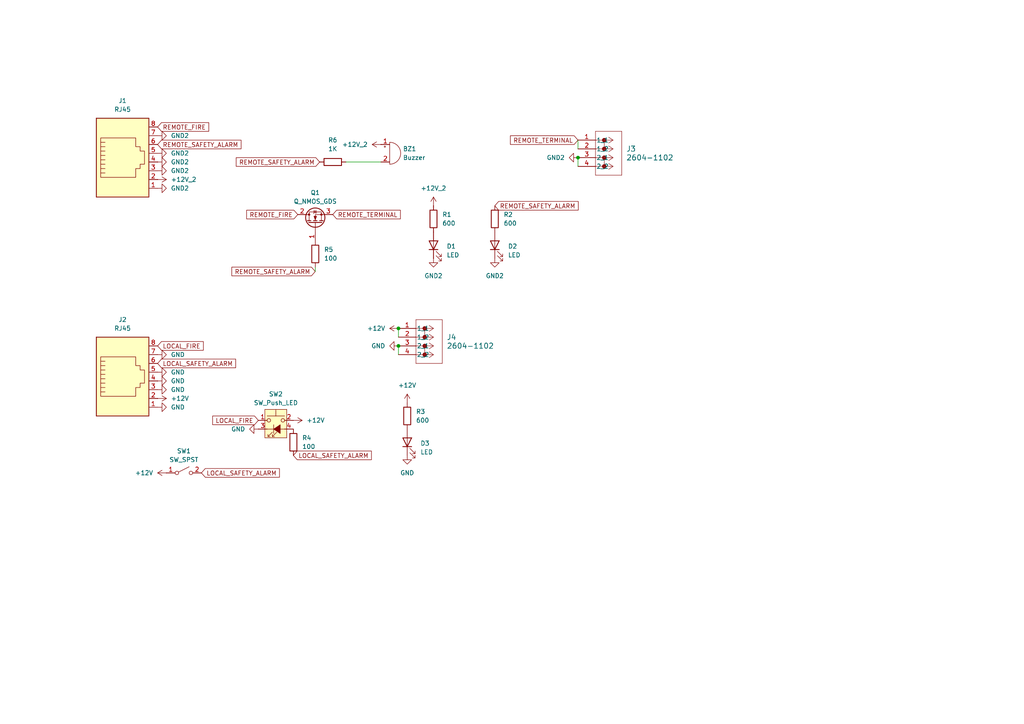
<source format=kicad_sch>
(kicad_sch (version 20231120) (generator "eeschema") (generator_version "8.0")
  (paper "A4")
  (lib_symbols
    (symbol "Connector:RJ45" (pin_names (offset 1.016))
      (property "Reference" "J" (at -5.08 13.97 0))
      (property "Value" "RJ45" (at 2.54 13.97 0))
      (symbol "RJ45_0_1"
        (polyline (pts (xy -5.08 4.445) (xy -6.35 4.445)))
        (polyline (pts (xy -5.08 5.715) (xy -6.35 5.715)))
        (polyline (pts (xy -6.35 -3.175) (xy -5.08 -3.175) (xy -5.08 -3.175)))
        (polyline (pts (xy -6.35 -1.905) (xy -5.08 -1.905) (xy -5.08 -1.905)))
        (polyline (pts (xy -6.35 -0.635) (xy -5.08 -0.635) (xy -5.08 -0.635)))
        (polyline (pts (xy -6.35 0.635) (xy -5.08 0.635) (xy -5.08 0.635)))
        (polyline (pts (xy -6.35 1.905) (xy -5.08 1.905) (xy -5.08 1.905)))
        (polyline (pts (xy -5.08 3.175) (xy -6.35 3.175) (xy -6.35 3.175)))
        (polyline (pts (xy -6.35 -4.445) (xy -6.35 6.985) (xy 3.81 6.985) (xy 3.81 4.445) (xy 5.08 4.445) (xy 5.08 3.175) (xy 6.35 3.175) (xy 6.35 -0.635) (xy 5.08 -0.635) (xy 5.08 -1.905) (xy 3.81 -1.905) (xy 3.81 -4.445) (xy -6.35 -4.445) (xy -6.35 -4.445)))
        (rectangle (start 7.62 12.7) (end -7.62 -10.16) (stroke (width 0.254)) (fill (type background)))
      )
      (symbol "RJ45_1_1"
        (pin passive line (at 10.16 -7.62 180) (length 2.54) (name "~") (number "1"))
        (pin passive line (at 10.16 -5.08 180) (length 2.54) (name "~") (number "2"))
        (pin passive line (at 10.16 -2.54 180) (length 2.54) (name "~") (number "3"))
        (pin passive line (at 10.16 0 180) (length 2.54) (name "~") (number "4"))
        (pin passive line (at 10.16 2.54 180) (length 2.54) (name "~") (number "5"))
        (pin passive line (at 10.16 5.08 180) (length 2.54) (name "~") (number "6"))
        (pin passive line (at 10.16 7.62 180) (length 2.54) (name "~") (number "7"))
        (pin passive line (at 10.16 10.16 180) (length 2.54) (name "~") (number "8"))
      )
    )
    (symbol "Device:Buzzer" (pin_names (offset 0.0254) hide)
      (property "Reference" "BZ" (at 3.81 1.27 0))
      (property "Value" "Buzzer" (at 3.81 -1.27 0))
      (symbol "Buzzer_0_1"
        (arc (start 0 -3.175) (mid 3.1612 0) (end 0 3.175))
        (polyline (pts (xy -1.651 1.905) (xy -1.143 1.905)))
        (polyline (pts (xy -1.397 2.159) (xy -1.397 1.651)))
        (polyline (pts (xy 0 3.175) (xy 0 -3.175)))
      )
      (symbol "Buzzer_1_1"
        (pin passive line (at -2.54 2.54 0) (length 2.54) (name "+") (number "1"))
        (pin passive line (at -2.54 -2.54 0) (length 2.54) (name "-") (number "2"))
      )
    )
    (symbol "Device:LED" (pin_numbers hide) (pin_names (offset 1.016) hide)
      (property "Reference" "D" (at 0 2.54 0))
      (property "Value" "LED" (at 0 -2.54 0))
      (symbol "LED_0_1"
        (polyline (pts (xy -1.27 -1.27) (xy -1.27 1.27)) (stroke (width 0.254)))
        (polyline (pts (xy -1.27 0) (xy 1.27 0)))
        (polyline (pts (xy 1.27 -1.27) (xy 1.27 1.27) (xy -1.27 0) (xy 1.27 -1.27)) (stroke (width 0.254)))
        (polyline (pts (xy -3.048 -0.762) (xy -4.572 -2.286) (xy -3.81 -2.286) (xy -4.572 -2.286) (xy -4.572 -1.524)))
        (polyline (pts (xy -1.778 -0.762) (xy -3.302 -2.286) (xy -2.54 -2.286) (xy -3.302 -2.286) (xy -3.302 -1.524)))
      )
      (symbol "LED_1_1"
        (pin passive line (at -3.81 0 0) (length 2.54) (name "K") (number "1"))
        (pin passive line (at 3.81 0 180) (length 2.54) (name "A") (number "2"))
      )
    )
    (symbol "Device:Q_NMOS_GDS" (pin_names (offset 0) hide)
      (property "Reference" "Q" (at 5.08 1.27 0))
      (property "Value" "Q_NMOS_GDS" (at 5.08 -1.27 0))
      (symbol "Q_NMOS_GDS_0_1"
        (polyline (pts (xy 0.254 0) (xy -2.54 0)))
        (polyline (pts (xy 0.254 1.905) (xy 0.254 -1.905)) (stroke (width 0.254)))
        (polyline (pts (xy 0.762 -1.27) (xy 0.762 -2.286)) (stroke (width 0.254)))
        (polyline (pts (xy 0.762 0.508) (xy 0.762 -0.508)) (stroke (width 0.254)))
        (polyline (pts (xy 0.762 2.286) (xy 0.762 1.27)) (stroke (width 0.254)))
        (polyline (pts (xy 2.54 2.54) (xy 2.54 1.778)))
        (polyline (pts (xy 2.54 -2.54) (xy 2.54 0) (xy 0.762 0)))
        (polyline (pts (xy 0.762 -1.778) (xy 3.302 -1.778) (xy 3.302 1.778) (xy 0.762 1.778)))
        (polyline (pts (xy 1.016 0) (xy 2.032 0.381) (xy 2.032 -0.381) (xy 1.016 0)) (fill (type outline)))
        (polyline (pts (xy 2.794 0.508) (xy 2.921 0.381) (xy 3.683 0.381) (xy 3.81 0.254)))
        (polyline (pts (xy 3.302 0.381) (xy 2.921 -0.254) (xy 3.683 -0.254) (xy 3.302 0.381)))
        (circle (center 1.651 0) (radius 2.794) (stroke (width 0.254)))
        (circle (center 2.54 -1.778) (radius 0.254) (fill (type outline)))
        (circle (center 2.54 1.778) (radius 0.254) (fill (type outline)))
      )
      (symbol "Q_NMOS_GDS_1_1"
        (pin input line (at -5.08 0 0) (length 2.54) (name "G") (number "1"))
        (pin passive line (at 2.54 5.08 270) (length 2.54) (name "D") (number "2"))
        (pin passive line (at 2.54 -5.08 90) (length 2.54) (name "S") (number "3"))
      )
    )
    (symbol "Device:R" (pin_numbers hide) (pin_names (offset 0))
      (property "Reference" "R" (at 2.032 0 90))
      (property "Value" "R" (at 0 0 90))
      (symbol "R_0_1"
        (rectangle (start -1.016 -2.54) (end 1.016 2.54) (stroke (width 0.254)))
      )
      (symbol "R_1_1"
        (pin passive line (at 0 3.81 270) (length 1.27) (name "~") (number "1"))
        (pin passive line (at 0 -3.81 90) (length 1.27) (name "~") (number "2"))
      )
    )
    (symbol "Switch:SW_Push_LED" (pin_names (offset 1.016) hide)
      (property "Reference" "SW" (at 0 7.62 0))
      (property "Value" "SW_Push_LED" (at 0 -3.81 0))
      (symbol "SW_Push_LED_0_0"
        (polyline (pts (xy -2.54 0) (xy 2.54 0)))
        (polyline (pts (xy -2.286 -2.159) (xy -1.016 -0.889)))
        (polyline (pts (xy -1.016 -2.159) (xy 0.254 -0.889)))
        (polyline (pts (xy -0.635 1.27) (xy -0.635 -1.27)))
        (polyline (pts (xy -2.286 -1.524) (xy -2.286 -2.159) (xy -1.651 -2.159)))
        (polyline (pts (xy -1.016 -1.524) (xy -1.016 -2.159) (xy -0.381 -2.159)))
        (polyline (pts (xy -0.635 0) (xy 1.27 1.27) (xy 1.27 -1.27) (xy -0.635 0)) (fill (type outline)))
      )
      (symbol "SW_Push_LED_0_1"
        (circle (center -2.032 2.54) (radius 0.508))
        (polyline (pts (xy 0 3.81) (xy 0 5.588)))
        (polyline (pts (xy 2.54 3.81) (xy -2.54 3.81)))
        (circle (center 2.032 2.54) (radius 0.508))
        (pin passive line (at -5.08 2.54 0) (length 2.54) (name "1") (number "1"))
        (pin passive line (at 5.08 2.54 180) (length 2.54) (name "2") (number "2"))
        (pin passive line (at -5.08 0 0) (length 2.54) (name "K") (number "3"))
        (pin passive line (at 5.08 0 180) (length 2.54) (name "A") (number "4"))
      )
      (symbol "SW_Push_LED_1_1"
        (rectangle (start -3.175 5.715) (end 3.175 -2.54) (fill (type background)))
      )
    )
    (symbol "Switch:SW_SPST" (pin_names (offset 0) hide)
      (property "Reference" "SW" (at 0 3.175 0))
      (property "Value" "SW_SPST" (at 0 -2.54 0))
      (symbol "SW_SPST_0_0"
        (circle (center -2.032 0) (radius 0.508))
        (polyline (pts (xy -1.524 0.254) (xy 1.524 1.778)))
        (circle (center 2.032 0) (radius 0.508))
      )
      (symbol "SW_SPST_1_1"
        (pin passive line (at -5.08 0 0) (length 2.54) (name "A") (number "1"))
        (pin passive line (at 5.08 0 180) (length 2.54) (name "B") (number "2"))
      )
    )
    (symbol "Wago2:2604-1102" (pin_names (offset 0.254))
      (property "Reference" "J" (at 8.89 6.35 0))
      (property "Value" "2604-1102" (at 0 0 0))
      (symbol "2604-1102_1_1"
        (polyline (pts (xy 5.08 -10.16) (xy 12.7 -10.16)) (stroke (width 0.127)))
        (polyline (pts (xy 5.08 2.54) (xy 5.08 -10.16)) (stroke (width 0.127)))
        (polyline (pts (xy 7.62 -5.08) (xy 7.62 -7.62)) (stroke (width 0.127)))
        (polyline (pts (xy 7.62 0) (xy 7.62 -2.54)) (stroke (width 0.127)))
        (polyline (pts (xy 10.16 -7.62) (xy 5.08 -7.62)) (stroke (width 0.127)))
        (polyline (pts (xy 10.16 -7.62) (xy 8.89 -8.4667)) (stroke (width 0.127)))
        (polyline (pts (xy 10.16 -7.62) (xy 8.89 -6.7733)) (stroke (width 0.127)))
        (polyline (pts (xy 10.16 -5.08) (xy 5.08 -5.08)) (stroke (width 0.127)))
        (polyline (pts (xy 10.16 -5.08) (xy 8.89 -5.9267)) (stroke (width 0.127)))
        (polyline (pts (xy 10.16 -5.08) (xy 8.89 -4.2333)) (stroke (width 0.127)))
        (polyline (pts (xy 10.16 -2.54) (xy 5.08 -2.54)) (stroke (width 0.127)))
        (polyline (pts (xy 10.16 -2.54) (xy 8.89 -3.3867)) (stroke (width 0.127)))
        (polyline (pts (xy 10.16 -2.54) (xy 8.89 -1.6933)) (stroke (width 0.127)))
        (polyline (pts (xy 10.16 0) (xy 5.08 0)) (stroke (width 0.127)))
        (polyline (pts (xy 10.16 0) (xy 8.89 -0.8467)) (stroke (width 0.127)))
        (polyline (pts (xy 10.16 0) (xy 8.89 0.8467)) (stroke (width 0.127)))
        (polyline (pts (xy 12.7 -10.16) (xy 12.7 2.54)) (stroke (width 0.127)))
        (polyline (pts (xy 12.7 2.54) (xy 5.08 2.54)) (stroke (width 0.127)))
        (circle (center 7.62 -7.62) (radius 0.127) (stroke (width 0.508)))
        (circle (center 7.62 -5.08) (radius 0.127) (stroke (width 0.508)))
        (circle (center 7.62 -2.54) (radius 0.127) (stroke (width 0.508)))
        (circle (center 7.62 0) (radius 0.127) (stroke (width 0.508)))
        (pin unspecified line (at 0 0 0) (length 5.08) (name "1_1") (number "1"))
        (pin unspecified line (at 0 -2.54 0) (length 5.08) (name "1_2") (number "2"))
        (pin unspecified line (at 0 -5.08 0) (length 5.08) (name "2_1") (number "3"))
        (pin unspecified line (at 0 -7.62 0) (length 5.08) (name "2_2") (number "4"))
      )
      (symbol "2604-1102_1_2"
        (polyline (pts (xy 5.08 -10.16) (xy 12.7 -10.16)) (stroke (width 0.127)))
        (polyline (pts (xy 5.08 2.54) (xy 5.08 -10.16)) (stroke (width 0.127)))
        (polyline (pts (xy 7.62 -5.08) (xy 7.62 -7.62)) (stroke (width 0.127)))
        (polyline (pts (xy 7.62 0) (xy 7.62 -2.54)) (stroke (width 0.127)))
        (polyline (pts (xy 10.16 -7.62) (xy 5.08 -7.62)) (stroke (width 0.127)))
        (polyline (pts (xy 10.16 -7.62) (xy 8.89 -8.4667)) (stroke (width 0.127)))
        (polyline (pts (xy 10.16 -7.62) (xy 8.89 -6.7733)) (stroke (width 0.127)))
        (polyline (pts (xy 10.16 -5.08) (xy 5.08 -5.08)) (stroke (width 0.127)))
        (polyline (pts (xy 10.16 -5.08) (xy 8.89 -5.9267)) (stroke (width 0.127)))
        (polyline (pts (xy 10.16 -5.08) (xy 8.89 -4.2333)) (stroke (width 0.127)))
        (polyline (pts (xy 10.16 -2.54) (xy 5.08 -2.54)) (stroke (width 0.127)))
        (polyline (pts (xy 10.16 -2.54) (xy 8.89 -3.3867)) (stroke (width 0.127)))
        (polyline (pts (xy 10.16 -2.54) (xy 8.89 -1.6933)) (stroke (width 0.127)))
        (polyline (pts (xy 10.16 0) (xy 5.08 0)) (stroke (width 0.127)))
        (polyline (pts (xy 10.16 0) (xy 8.89 -0.8467)) (stroke (width 0.127)))
        (polyline (pts (xy 10.16 0) (xy 8.89 0.8467)) (stroke (width 0.127)))
        (polyline (pts (xy 12.7 -10.16) (xy 12.7 2.54)) (stroke (width 0.127)))
        (polyline (pts (xy 12.7 2.54) (xy 5.08 2.54)) (stroke (width 0.127)))
        (circle (center 7.62 -7.62) (radius 0.127) (stroke (width 0.508)))
        (circle (center 7.62 -5.08) (radius 0.127) (stroke (width 0.508)))
        (circle (center 7.62 -2.54) (radius 0.127) (stroke (width 0.508)))
        (circle (center 7.62 0) (radius 0.127) (stroke (width 0.508)))
        (pin unspecified line (at 0 0 0) (length 5.08) (name "1_1") (number "1"))
        (pin unspecified line (at 0 -2.54 0) (length 5.08) (name "1_2") (number "2"))
        (pin unspecified line (at 0 -5.08 0) (length 5.08) (name "2_1") (number "3"))
        (pin unspecified line (at 0 -7.62 0) (length 5.08) (name "2_2") (number "4"))
      )
    )
    (symbol "power:+12V" (power) (pin_numbers hide) (pin_names (offset 0) hide)
      (property "Value" "+12V" (at 0 3.556 0))
      (symbol "+12V_0_1"
        (polyline (pts (xy -0.762 1.27) (xy 0 2.54)))
        (polyline (pts (xy 0 0) (xy 0 2.54)))
        (polyline (pts (xy 0 2.54) (xy 0.762 1.27)))
      )
      (symbol "+12V_1_1"
        (pin power_in line (at 0 0 90) (length 0) (name "~") (number "1"))
      )
    )
    (symbol "power:GND1" (power) (pin_numbers hide) (pin_names (offset 0) hide)
      (property "Value" "GND1" (at 0 -3.81 0))
      (symbol "GND1_0_1"
        (polyline (pts (xy 0 0) (xy 0 -1.27) (xy 1.27 -1.27) (xy 0 -2.54) (xy -1.27 -1.27) (xy 0 -1.27)))
      )
      (symbol "GND1_1_1"
        (pin power_in line (at 0 0 270) (length 0) (name "~") (number "1"))
      )
    )
    (symbol "power:GND2" (power) (pin_numbers hide) (pin_names (offset 0) hide)
      (property "Value" "GND2" (at 0 -3.81 0))
      (symbol "GND2_0_1"
        (polyline (pts (xy 0 0) (xy 0 -1.27) (xy 1.27 -1.27) (xy 0 -2.54) (xy -1.27 -1.27) (xy 0 -1.27)))
      )
      (symbol "GND2_1_1"
        (pin power_in line (at 0 0 270) (length 0) (name "~") (number "1"))
      )
    )
  )
  (junction (at 115.57 95.25))
  (junction (at 115.57 100.33))
  (junction (at 167.64 45.72))
  (wire (pts (xy 167.64 45.72) (xy 167.64 48.26)))
  (wire (pts (xy 115.57 100.33) (xy 115.57 102.87)))
  (wire (pts (xy 91.44 77.47) (xy 91.44 78.74)))
  (wire (pts (xy 167.64 40.64) (xy 167.64 43.18)))
  (wire (pts (xy 115.57 95.25) (xy 115.57 97.79)))
  (wire (pts (xy 100.33 46.99) (xy 110.49 46.99)))
  (global_label "REMOTE_TERMINAL" (shape input) (at 167.64 40.64 180) (property "Intersheetrefs" "${INTERSHEET_REFS}" (effects (hide yes))))
  (global_label "REMOTE_FIRE" (shape input) (at 45.72 36.83 0) (property "Intersheetrefs" "${INTERSHEET_REFS}" (effects (hide yes))))
  (global_label "REMOTE_SAFETY_ALARM" (shape input) (at 143.51 59.69 0) (property "Intersheetrefs" "${INTERSHEET_REFS}" (effects (hide yes))))
  (global_label "LOCAL_FIRE" (shape input) (at 45.72 100.33 0) (property "Intersheetrefs" "${INTERSHEET_REFS}" (effects (hide yes))))
  (global_label "LOCAL_SAFETY_ALARM" (shape input) (at 85.09 132.08 0) (property "Intersheetrefs" "${INTERSHEET_REFS}" (effects (hide yes))))
  (global_label "REMOTE_FIRE" (shape input) (at 86.36 62.23 180) (property "Intersheetrefs" "${INTERSHEET_REFS}" (effects (hide yes))))
  (global_label "REMOTE_SAFETY_ALARM" (shape input) (at 92.71 46.99 180) (property "Intersheetrefs" "${INTERSHEET_REFS}" (effects (hide yes))))
  (global_label "REMOTE_TERMINAL" (shape input) (at 96.52 62.23 0) (property "Intersheetrefs" "${INTERSHEET_REFS}" (effects (hide yes))))
  (global_label "LOCAL_SAFETY_ALARM" (shape input) (at 45.72 105.41 0) (property "Intersheetrefs" "${INTERSHEET_REFS}" (effects (hide yes))))
  (global_label "LOCAL_FIRE" (shape input) (at 74.93 121.92 180) (property "Intersheetrefs" "${INTERSHEET_REFS}" (effects (hide yes))))
  (global_label "LOCAL_SAFETY_ALARM" (shape input) (at 58.42 137.16 0) (property "Intersheetrefs" "${INTERSHEET_REFS}" (effects (hide yes))))
  (global_label "REMOTE_SAFETY_ALARM" (shape input) (at 91.44 78.74 180) (property "Intersheetrefs" "${INTERSHEET_REFS}" (effects (hide yes))))
  (global_label "REMOTE_SAFETY_ALARM" (shape input) (at 45.72 41.91 0) (property "Intersheetrefs" "${INTERSHEET_REFS}" (effects (hide yes))))
  (symbol (lib_id "power:GND2") (at 115.57 100.33 270) (unit 1)
    (property "Reference" "#PWR023" (effects (hide yes)))
    (property "Value" "GND" (at 111.76 100.3299 90) (effects (justify right)))
    (property "Description" "Power symbol creates a global label with name \"GND2\" , ground" (effects (hide yes)))
  )
  (symbol (lib_id "Device:Q_NMOS_GDS") (at 91.44 64.77 90) (unit 1)
    (property "Reference" "Q1" (at 91.44 55.88 90))
    (property "Value" "Q_NMOS_GDS" (at 91.44 58.42 90))
    (property "Footprint" "Package_TO_SOT_THT:TO-220-3_Vertical" (effects (hide yes)))
    (property "Sim.Device" "NMOS" (effects (hide yes)))
    (property "Sim.Type" "VDMOS" (effects (hide yes)))
    (property "Sim.Pins" "1=D 2=G 3=S" (effects (hide yes)))
  )
  (symbol (lib_id "power:+12V") (at 118.11 116.84 0) (unit 1)
    (property "Reference" "#PWR012" (effects (hide yes)))
    (property "Value" "+12V" (at 118.11 111.76 0))
    (property "Description" "Power symbol creates a global label with name \"+12V\"" (effects (hide yes)))
  )
  (symbol (lib_id "power:+12V") (at 48.26 137.16 90) (unit 1)
    (property "Reference" "#PWR014" (effects (hide yes)))
    (property "Value" "+12V" (at 44.45 137.1599 90) (effects (justify left)))
    (property "Description" "Power symbol creates a global label with name \"+12V\"" (effects (hide yes)))
  )
  (symbol (lib_id "power:GND1") (at 45.72 102.87 90) (unit 1)
    (property "Reference" "#PWR018" (effects (hide yes)))
    (property "Value" "GND" (at 49.53 102.8699 90) (effects (justify right)))
    (property "Description" "Power symbol creates a global label with name \"GND1\" , ground" (effects (hide yes)))
  )
  (symbol (lib_id "power:GND1") (at 45.72 118.11 90) (unit 1)
    (property "Reference" "#PWR01" (effects (hide yes)))
    (property "Value" "GND" (at 49.53 118.1099 90) (effects (justify right)))
    (property "Description" "Power symbol creates a global label with name \"GND1\" , ground" (effects (hide yes)))
  )
  (symbol (lib_id "Device:R") (at 125.73 63.5 0) (unit 1)
    (property "Reference" "R1" (at 128.27 62.2299 0) (effects (justify left)))
    (property "Value" "600" (at 128.27 64.7699 0) (effects (justify left)))
    (property "Footprint" "Resistor_SMD:R_0402_1005Metric" (effects (hide yes)))
    (property "Description" "Resistor" (effects (hide yes)))
  )
  (symbol (lib_id "power:GND1") (at 45.72 113.03 90) (unit 1)
    (property "Reference" "#PWR011" (effects (hide yes)))
    (property "Value" "GND" (at 49.53 113.0299 90) (effects (justify right)))
    (property "Description" "Power symbol creates a global label with name \"GND1\" , ground" (effects (hide yes)))
  )
  (symbol (lib_id "power:+12V") (at 110.49 41.91 90) (unit 1)
    (property "Reference" "#PWR07" (effects (hide yes)))
    (property "Value" "+12V_2" (at 106.68 41.9101 90) (effects (justify left)))
    (property "Description" "Power symbol creates a global label with name \"+12V\"" (effects (hide yes)))
  )
  (symbol (lib_id "power:GND2") (at 167.64 45.72 270) (unit 1)
    (property "Reference" "#PWR08" (effects (hide yes)))
    (property "Value" "GND2" (at 163.83 45.7199 90) (effects (justify right)))
    (property "Description" "Power symbol creates a global label with name \"GND2\" , ground" (effects (hide yes)))
  )
  (symbol (lib_id "Connector:RJ45") (at 35.56 110.49 0) (unit 1)
    (property "Reference" "J2" (at 35.56 92.71 0))
    (property "Value" "RJ45" (at 35.56 95.25 0))
    (property "Footprint" "LocalFootprints:CONN8_2-908LF_AMP" (effects (hide yes)))
    (property "Description" "RJ connector, 8P8C (8 positions 8 connected)" (effects (hide yes)))
  )
  (symbol (lib_id "power:GND2") (at 45.72 44.45 90) (unit 1)
    (property "Reference" "#PWR020" (effects (hide yes)))
    (property "Value" "GND2" (at 49.53 44.4499 90) (effects (justify right)))
    (property "Description" "Power symbol creates a global label with name \"GND2\" , ground" (effects (hide yes)))
  )
  (symbol (lib_id "power:GND1") (at 118.11 132.08 0) (unit 1)
    (property "Reference" "#PWR03" (effects (hide yes)))
    (property "Value" "GND" (at 118.11 137.16 0))
    (property "Description" "Power symbol creates a global label with name \"GND1\" , ground" (effects (hide yes)))
  )
  (symbol (lib_id "Device:R") (at 85.09 128.27 0) (unit 1)
    (property "Reference" "R4" (at 87.63 126.9999 0) (effects (justify left)))
    (property "Value" "100" (at 87.63 129.5399 0) (effects (justify left)))
    (property "Footprint" "Resistor_SMD:R_0402_1005Metric" (effects (hide yes)))
    (property "Description" "Resistor" (effects (hide yes)))
  )
  (symbol (lib_id "Connector:RJ45") (at 35.56 46.99 0) (unit 1)
    (property "Reference" "J1" (at 35.56 29.21 0))
    (property "Value" "RJ45" (at 35.56 31.75 0))
    (property "Footprint" "LocalFootprints:CONN8_2-908LF_AMP" (effects (hide yes)))
    (property "Description" "RJ connector, 8P8C (8 positions 8 connected)" (effects (hide yes)))
  )
  (symbol (lib_id "power:GND2") (at 45.72 46.99 90) (unit 1)
    (property "Reference" "#PWR010" (effects (hide yes)))
    (property "Value" "GND2" (at 49.53 46.9899 90) (effects (justify right)))
    (property "Description" "Power symbol creates a global label with name \"GND2\" , ground" (effects (hide yes)))
  )
  (symbol (lib_id "Device:LED") (at 125.73 71.12 90) (unit 1)
    (property "Reference" "D1" (at 129.54 71.4374 90) (effects (justify right)))
    (property "Value" "LED" (at 129.54 73.9774 90) (effects (justify right)))
    (property "Footprint" "LED_THT:LED_D5.0mm" (effects (hide yes)))
    (property "Description" "Light emitting diode" (effects (hide yes)))
  )
  (symbol (lib_id "Device:LED") (at 118.11 128.27 90) (unit 1)
    (property "Reference" "D3" (at 121.92 128.5874 90) (effects (justify right)))
    (property "Value" "LED" (at 121.92 131.1274 90) (effects (justify right)))
    (property "Footprint" "LED_THT:LED_D5.0mm" (effects (hide yes)))
    (property "Description" "Light emitting diode" (effects (hide yes)))
  )
  (symbol (lib_id "power:+12V") (at 45.72 115.57 270) (unit 1)
    (property "Reference" "#PWR09" (effects (hide yes)))
    (property "Value" "+12V" (at 49.53 115.5699 90) (effects (justify left)))
    (property "Description" "Power symbol creates a global label with name \"+12V\"" (effects (hide yes)))
  )
  (symbol (lib_id "Device:R") (at 91.44 73.66 0) (unit 1)
    (property "Reference" "R5" (at 93.98 72.3899 0) (effects (justify left)))
    (property "Value" "100" (at 93.98 74.9299 0) (effects (justify left)))
    (property "Footprint" "Resistor_SMD:R_0402_1005Metric" (effects (hide yes)))
    (property "Description" "Resistor" (effects (hide yes)))
  )
  (symbol (lib_id "power:GND1") (at 74.93 124.46 270) (unit 1)
    (property "Reference" "#PWR02" (effects (hide yes)))
    (property "Value" "GND" (at 71.12 124.4599 90) (effects (justify right)))
    (property "Description" "Power symbol creates a global label with name \"GND1\" , ground" (effects (hide yes)))
  )
  (symbol (lib_id "power:GND1") (at 45.72 107.95 90) (unit 1)
    (property "Reference" "#PWR017" (effects (hide yes)))
    (property "Value" "GND" (at 49.53 107.9499 90) (effects (justify right)))
    (property "Description" "Power symbol creates a global label with name \"GND1\" , ground" (effects (hide yes)))
  )
  (symbol (lib_id "power:GND2") (at 45.72 39.37 90) (unit 1)
    (property "Reference" "#PWR021" (effects (hide yes)))
    (property "Value" "GND2" (at 49.53 39.3699 90) (effects (justify right)))
    (property "Description" "Power symbol creates a global label with name \"GND2\" , ground" (effects (hide yes)))
  )
  (symbol (lib_id "power:GND2") (at 45.72 49.53 90) (unit 1)
    (property "Reference" "#PWR019" (effects (hide yes)))
    (property "Value" "GND2" (at 49.53 49.5299 90) (effects (justify right)))
    (property "Description" "Power symbol creates a global label with name \"GND2\" , ground" (effects (hide yes)))
  )
  (symbol (lib_id "Device:Buzzer") (at 113.03 44.45 0) (unit 1)
    (property "Reference" "BZ1" (at 116.84 43.1799 0) (effects (justify left)))
    (property "Value" "Buzzer" (at 116.84 45.7199 0) (effects (justify left)))
    (property "Footprint" "Buzzer_Beeper:Buzzer_15x7.5RM7.6" (effects (hide yes)))
    (property "Description" "Buzzer, polarized" (effects (hide yes)))
  )
  (symbol (lib_id "Switch:SW_SPST") (at 53.34 137.16 0) (unit 1)
    (property "Reference" "SW1" (at 53.34 130.81 0))
    (property "Value" "SW_SPST" (at 53.34 133.35 0))
    (property "Footprint" "LocalFootprints:Switch" (effects (hide yes)))
    (property "Description" "Single Pole Single Throw (SPST) switch" (effects (hide yes)))
  )
  (symbol (lib_id "power:GND2") (at 45.72 54.61 90) (unit 1)
    (property "Reference" "#PWR04" (effects (hide yes)))
    (property "Value" "GND2" (at 49.53 54.6099 90) (effects (justify right)))
    (property "Description" "Power symbol creates a global label with name \"GND2\" , ground" (effects (hide yes)))
  )
  (symbol (lib_id "Device:R") (at 96.52 46.99 90) (unit 1)
    (property "Reference" "R6" (at 96.52 40.64 90))
    (property "Value" "1K" (at 96.52 43.18 90))
    (property "Footprint" "Resistor_SMD:R_0402_1005Metric" (effects (hide yes)))
    (property "Description" "Resistor" (effects (hide yes)))
  )
  (symbol (lib_id "Device:LED") (at 143.51 71.12 90) (unit 1)
    (property "Reference" "D2" (at 147.32 71.4374 90) (effects (justify right)))
    (property "Value" "LED" (at 147.32 73.9774 90) (effects (justify right)))
    (property "Footprint" "LED_THT:LED_D5.0mm" (effects (hide yes)))
    (property "Description" "Light emitting diode" (effects (hide yes)))
  )
  (symbol (lib_id "Device:R") (at 143.51 63.5 0) (unit 1)
    (property "Reference" "R2" (at 146.05 62.2299 0) (effects (justify left)))
    (property "Value" "600" (at 146.05 64.7699 0) (effects (justify left)))
    (property "Footprint" "Resistor_SMD:R_0402_1005Metric" (effects (hide yes)))
    (property "Description" "Resistor" (effects (hide yes)))
  )
  (symbol (lib_id "Wago2:2604-1102") (at 167.64 40.64 0) (unit 1)
    (property "Reference" "J3" (at 181.61 43.1799 0) (effects (font (size 1.524 1.524)) (justify left)))
    (property "Value" "2604-1102" (at 181.61 45.7199 0) (effects (font (size 1.524 1.524)) (justify left)))
    (property "Footprint" "CONN2_2604-1102_WAG" (effects (hide yes)))
    (property "Datasheet" "2604-1102" (effects (hide yes)))
  )
  (symbol (lib_id "power:+12V") (at 85.09 121.92 270) (unit 1)
    (property "Reference" "#PWR015" (effects (hide yes)))
    (property "Value" "+12V" (at 88.9 121.9199 90) (effects (justify left)))
    (property "Description" "Power symbol creates a global label with name \"+12V\"" (effects (hide yes)))
  )
  (symbol (lib_id "power:GND2") (at 143.51 74.93 0) (unit 1)
    (property "Reference" "#PWR06" (effects (hide yes)))
    (property "Value" "GND2" (at 143.51 80.01 0))
    (property "Description" "Power symbol creates a global label with name \"GND2\" , ground" (effects (hide yes)))
  )
  (symbol (lib_id "power:+12V") (at 45.72 52.07 270) (unit 1)
    (property "Reference" "#PWR013" (effects (hide yes)))
    (property "Value" "+12V_2" (at 49.53 52.0699 90) (effects (justify left)))
    (property "Description" "Power symbol creates a global label with name \"+12V\"" (effects (hide yes)))
  )
  (symbol (lib_id "Switch:SW_Push_LED") (at 80.01 124.46 0) (unit 1)
    (property "Reference" "SW2" (at 80.01 114.3 0))
    (property "Value" "SW_Push_LED" (at 80.01 116.84 0))
    (property "Footprint" "LocalFootprints:ButtonLED" (effects (hide yes)))
    (property "Description" "Push button switch with LED, generic" (effects (hide yes)))
  )
  (symbol (lib_id "Wago2:2604-1102") (at 115.57 95.25 0) (unit 1)
    (property "Reference" "J4" (at 129.54 97.7899 0) (effects (font (size 1.524 1.524)) (justify left)))
    (property "Value" "2604-1102" (at 129.54 100.3299 0) (effects (font (size 1.524 1.524)) (justify left)))
    (property "Footprint" "CONN2_2604-1102_WAG" (effects (hide yes)))
    (property "Datasheet" "2604-1102" (effects (hide yes)))
  )
  (symbol (lib_id "power:GND2") (at 125.73 74.93 0) (unit 1)
    (property "Reference" "#PWR05" (effects (hide yes)))
    (property "Value" "GND2" (at 125.73 80.01 0))
    (property "Description" "Power symbol creates a global label with name \"GND2\" , ground" (effects (hide yes)))
  )
  (symbol (lib_id "power:+12V") (at 125.73 59.69 0) (unit 1)
    (property "Reference" "#PWR026" (effects (hide yes)))
    (property "Value" "+12V_2" (at 125.73 54.61 0))
    (property "Description" "Power symbol creates a global label with name \"+12V\"" (effects (hide yes)))
  )
  (symbol (lib_id "power:+12V") (at 115.57 95.25 90) (unit 1)
    (property "Reference" "#PWR024" (effects (hide yes)))
    (property "Value" "+12V" (at 111.76 95.2499 90) (effects (justify left)))
    (property "Description" "Power symbol creates a global label with name \"+12V\"" (effects (hide yes)))
  )
  (symbol (lib_id "Device:R") (at 118.11 120.65 0) (unit 1)
    (property "Reference" "R3" (at 120.65 119.3799 0) (effects (justify left)))
    (property "Value" "600" (at 120.65 121.9199 0) (effects (justify left)))
    (property "Footprint" "Resistor_SMD:R_0402_1005Metric" (effects (hide yes)))
    (property "Description" "Resistor" (effects (hide yes)))
  )
  (symbol (lib_id "power:GND1") (at 45.72 110.49 90) (unit 1)
    (property "Reference" "#PWR016" (effects (hide yes)))
    (property "Value" "GND" (at 49.53 110.4899 90) (effects (justify right)))
    (property "Description" "Power symbol creates a global label with name \"GND1\" , ground" (effects (hide yes)))
  )
)
</source>
